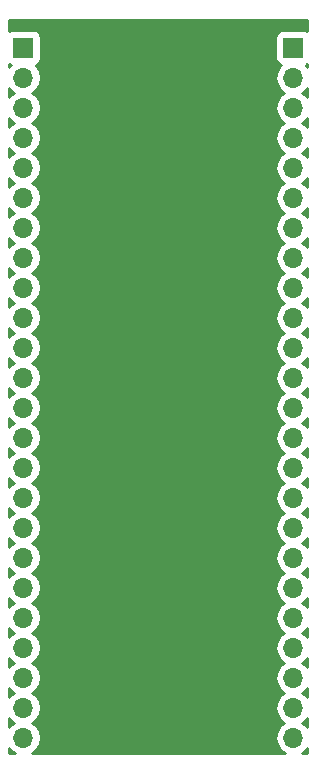
<source format=gbr>
G04 #@! TF.GenerationSoftware,KiCad,Pcbnew,(5.0.0-3-g5ebb6b6)*
G04 #@! TF.CreationDate,2018-07-29T14:18:39+10:00*
G04 #@! TF.ProjectId,ETE006-CM119B-Breatout,4554453030362D434D313139422D4272,1*
G04 #@! TF.SameCoordinates,Original*
G04 #@! TF.FileFunction,Copper,L2,Bot,Signal*
G04 #@! TF.FilePolarity,Positive*
%FSLAX46Y46*%
G04 Gerber Fmt 4.6, Leading zero omitted, Abs format (unit mm)*
G04 Created by KiCad (PCBNEW (5.0.0-3-g5ebb6b6)) date Sunday, 29 July 2018 at 02:18:39 PM*
%MOMM*%
%LPD*%
G01*
G04 APERTURE LIST*
G04 #@! TA.AperFunction,ComponentPad*
%ADD10R,1.700000X1.700000*%
G04 #@! TD*
G04 #@! TA.AperFunction,ComponentPad*
%ADD11O,1.700000X1.700000*%
G04 #@! TD*
G04 #@! TA.AperFunction,NonConductor*
%ADD12C,0.254000*%
G04 #@! TD*
G04 APERTURE END LIST*
D10*
G04 #@! TO.P,J1,1*
G04 #@! TO.N,SPDIFO*
X117933224Y-82578949D03*
D11*
G04 #@! TO.P,J1,2*
G04 #@! TO.N,D_IN*
X117933224Y-85118949D03*
G04 #@! TO.P,J1,3*
G04 #@! TO.N,D_OUT*
X117933224Y-87658949D03*
G04 #@! TO.P,J1,4*
G04 #@! TO.N,SK*
X117933224Y-90198949D03*
G04 #@! TO.P,J1,5*
G04 #@! TO.N,~CS*
X117933224Y-92738949D03*
G04 #@! TO.P,J1,6*
G04 #@! TO.N,MUTE_REC*
X117933224Y-95278949D03*
G04 #@! TO.P,J1,7*
G04 #@! TO.N,PWRSEL*
X117933224Y-97818949D03*
G04 #@! TO.P,J1,8*
G04 #@! TO.N,DREG18*
X117933224Y-100358949D03*
G04 #@! TO.P,J1,9*
G04 #@! TO.N,DREG33*
X117933224Y-102898949D03*
G04 #@! TO.P,J1,10*
G04 #@! TO.N,MODE*
X117933224Y-105438949D03*
G04 #@! TO.P,J1,11*
G04 #@! TO.N,GPIO2*
X117933224Y-107978949D03*
G04 #@! TO.P,J1,12*
G04 #@! TO.N,LED_O*
X117933224Y-110518949D03*
G04 #@! TO.P,J1,13*
G04 #@! TO.N,GPIO3*
X117933224Y-113058949D03*
G04 #@! TO.P,J1,14*
G04 #@! TO.N,DVSS_1*
X117933224Y-115598949D03*
G04 #@! TO.P,J1,15*
G04 #@! TO.N,GPIO4*
X117933224Y-118138949D03*
G04 #@! TO.P,J1,16*
G04 #@! TO.N,GPIO5*
X117933224Y-120678949D03*
G04 #@! TO.P,J1,17*
G04 #@! TO.N,GPIO6*
X117933224Y-123218949D03*
G04 #@! TO.P,J1,18*
G04 #@! TO.N,MUTE_PLAY*
X117933224Y-125758949D03*
G04 #@! TO.P,J1,19*
G04 #@! TO.N,BUZZ*
X117933224Y-128298949D03*
G04 #@! TO.P,J1,20*
G04 #@! TO.N,GPIO7*
X117933224Y-130838949D03*
G04 #@! TO.P,J1,21*
G04 #@! TO.N,LED_R*
X117933224Y-133378949D03*
G04 #@! TO.P,J1,22*
G04 #@! TO.N,GPIO8*
X117933224Y-135918949D03*
G04 #@! TO.P,J1,23*
G04 #@! TO.N,TEST*
X117933224Y-138458949D03*
G04 #@! TO.P,J1,24*
G04 #@! TO.N,AVSS_1*
X117933224Y-140998949D03*
G04 #@! TD*
G04 #@! TO.P,J2,24*
G04 #@! TO.N,VBIAS*
X140793224Y-140998949D03*
G04 #@! TO.P,J2,23*
G04 #@! TO.N,VREF*
X140793224Y-138458949D03*
G04 #@! TO.P,J2,22*
G04 #@! TO.N,MIC_IN*
X140793224Y-135918949D03*
G04 #@! TO.P,J2,21*
G04 #@! TO.N,Net-(J2-Pad21)*
X140793224Y-133378949D03*
G04 #@! TO.P,J2,20*
G04 #@! TO.N,AVDD_2*
X140793224Y-130838949D03*
G04 #@! TO.P,J2,19*
G04 #@! TO.N,LO_LEFT*
X140793224Y-128298949D03*
G04 #@! TO.P,J2,18*
G04 #@! TO.N,LO_BIAS*
X140793224Y-125758949D03*
G04 #@! TO.P,J2,17*
G04 #@! TO.N,LO_RIGHT*
X140793224Y-123218949D03*
G04 #@! TO.P,J2,16*
G04 #@! TO.N,AVSS_2*
X140793224Y-120678949D03*
G04 #@! TO.P,J2,15*
G04 #@! TO.N,AVDD_1*
X140793224Y-118138949D03*
G04 #@! TO.P,J2,14*
G04 #@! TO.N,DVDD*
X140793224Y-115598949D03*
G04 #@! TO.P,J2,13*
G04 #@! TO.N,DVSS_2*
X140793224Y-113058949D03*
G04 #@! TO.P,J2,12*
G04 #@! TO.N,AREG36*
X140793224Y-110518949D03*
G04 #@! TO.P,J2,11*
G04 #@! TO.N,MSEL*
X140793224Y-107978949D03*
G04 #@! TO.P,J2,10*
G04 #@! TO.N,VOL_UP*
X140793224Y-105438949D03*
G04 #@! TO.P,J2,9*
G04 #@! TO.N,PDSW*
X140793224Y-102898949D03*
G04 #@! TO.P,J2,8*
G04 #@! TO.N,USB_D+*
X140793224Y-100358949D03*
G04 #@! TO.P,J2,7*
G04 #@! TO.N,USB_D-*
X140793224Y-97818949D03*
G04 #@! TO.P,J2,6*
G04 #@! TO.N,GPIO1*
X140793224Y-95278949D03*
G04 #@! TO.P,J2,5*
G04 #@! TO.N,SCLK*
X140793224Y-92738949D03*
G04 #@! TO.P,J2,4*
G04 #@! TO.N,MINT*
X140793224Y-90198949D03*
G04 #@! TO.P,J2,3*
G04 #@! TO.N,SDAT*
X140793224Y-87658949D03*
G04 #@! TO.P,J2,2*
G04 #@! TO.N,MCLK*
X140793224Y-85118949D03*
D10*
G04 #@! TO.P,J2,1*
G04 #@! TO.N,VOL_DN*
X140793224Y-82578949D03*
G04 #@! TD*
D12*
G36*
X116862599Y-142069574D02*
X117222422Y-142310000D01*
X116740000Y-142310000D01*
X116740000Y-141886092D01*
X116862599Y-142069574D01*
X116862599Y-142069574D01*
G37*
X116862599Y-142069574D02*
X117222422Y-142310000D01*
X116740000Y-142310000D01*
X116740000Y-141886092D01*
X116862599Y-142069574D01*
G36*
X141990000Y-81196950D02*
X141890989Y-81130792D01*
X141643224Y-81081509D01*
X139943224Y-81081509D01*
X139695459Y-81130792D01*
X139485415Y-81271140D01*
X139345067Y-81481184D01*
X139295784Y-81728949D01*
X139295784Y-83428949D01*
X139345067Y-83676714D01*
X139485415Y-83886758D01*
X139695459Y-84027106D01*
X139740843Y-84036133D01*
X139722599Y-84048324D01*
X139394385Y-84539531D01*
X139279132Y-85118949D01*
X139394385Y-85698367D01*
X139722599Y-86189574D01*
X140020985Y-86388949D01*
X139722599Y-86588324D01*
X139394385Y-87079531D01*
X139279132Y-87658949D01*
X139394385Y-88238367D01*
X139722599Y-88729574D01*
X140020985Y-88928949D01*
X139722599Y-89128324D01*
X139394385Y-89619531D01*
X139279132Y-90198949D01*
X139394385Y-90778367D01*
X139722599Y-91269574D01*
X140020985Y-91468949D01*
X139722599Y-91668324D01*
X139394385Y-92159531D01*
X139279132Y-92738949D01*
X139394385Y-93318367D01*
X139722599Y-93809574D01*
X140020985Y-94008949D01*
X139722599Y-94208324D01*
X139394385Y-94699531D01*
X139279132Y-95278949D01*
X139394385Y-95858367D01*
X139722599Y-96349574D01*
X140020985Y-96548949D01*
X139722599Y-96748324D01*
X139394385Y-97239531D01*
X139279132Y-97818949D01*
X139394385Y-98398367D01*
X139722599Y-98889574D01*
X140020985Y-99088949D01*
X139722599Y-99288324D01*
X139394385Y-99779531D01*
X139279132Y-100358949D01*
X139394385Y-100938367D01*
X139722599Y-101429574D01*
X140020985Y-101628949D01*
X139722599Y-101828324D01*
X139394385Y-102319531D01*
X139279132Y-102898949D01*
X139394385Y-103478367D01*
X139722599Y-103969574D01*
X140020985Y-104168949D01*
X139722599Y-104368324D01*
X139394385Y-104859531D01*
X139279132Y-105438949D01*
X139394385Y-106018367D01*
X139722599Y-106509574D01*
X140020985Y-106708949D01*
X139722599Y-106908324D01*
X139394385Y-107399531D01*
X139279132Y-107978949D01*
X139394385Y-108558367D01*
X139722599Y-109049574D01*
X140020985Y-109248949D01*
X139722599Y-109448324D01*
X139394385Y-109939531D01*
X139279132Y-110518949D01*
X139394385Y-111098367D01*
X139722599Y-111589574D01*
X140020985Y-111788949D01*
X139722599Y-111988324D01*
X139394385Y-112479531D01*
X139279132Y-113058949D01*
X139394385Y-113638367D01*
X139722599Y-114129574D01*
X140020985Y-114328949D01*
X139722599Y-114528324D01*
X139394385Y-115019531D01*
X139279132Y-115598949D01*
X139394385Y-116178367D01*
X139722599Y-116669574D01*
X140020985Y-116868949D01*
X139722599Y-117068324D01*
X139394385Y-117559531D01*
X139279132Y-118138949D01*
X139394385Y-118718367D01*
X139722599Y-119209574D01*
X140020985Y-119408949D01*
X139722599Y-119608324D01*
X139394385Y-120099531D01*
X139279132Y-120678949D01*
X139394385Y-121258367D01*
X139722599Y-121749574D01*
X140020985Y-121948949D01*
X139722599Y-122148324D01*
X139394385Y-122639531D01*
X139279132Y-123218949D01*
X139394385Y-123798367D01*
X139722599Y-124289574D01*
X140020985Y-124488949D01*
X139722599Y-124688324D01*
X139394385Y-125179531D01*
X139279132Y-125758949D01*
X139394385Y-126338367D01*
X139722599Y-126829574D01*
X140020985Y-127028949D01*
X139722599Y-127228324D01*
X139394385Y-127719531D01*
X139279132Y-128298949D01*
X139394385Y-128878367D01*
X139722599Y-129369574D01*
X140020985Y-129568949D01*
X139722599Y-129768324D01*
X139394385Y-130259531D01*
X139279132Y-130838949D01*
X139394385Y-131418367D01*
X139722599Y-131909574D01*
X140020985Y-132108949D01*
X139722599Y-132308324D01*
X139394385Y-132799531D01*
X139279132Y-133378949D01*
X139394385Y-133958367D01*
X139722599Y-134449574D01*
X140020985Y-134648949D01*
X139722599Y-134848324D01*
X139394385Y-135339531D01*
X139279132Y-135918949D01*
X139394385Y-136498367D01*
X139722599Y-136989574D01*
X140020985Y-137188949D01*
X139722599Y-137388324D01*
X139394385Y-137879531D01*
X139279132Y-138458949D01*
X139394385Y-139038367D01*
X139722599Y-139529574D01*
X140020985Y-139728949D01*
X139722599Y-139928324D01*
X139394385Y-140419531D01*
X139279132Y-140998949D01*
X139394385Y-141578367D01*
X139722599Y-142069574D01*
X140082422Y-142310000D01*
X118644026Y-142310000D01*
X119003849Y-142069574D01*
X119332063Y-141578367D01*
X119447316Y-140998949D01*
X119332063Y-140419531D01*
X119003849Y-139928324D01*
X118705463Y-139728949D01*
X119003849Y-139529574D01*
X119332063Y-139038367D01*
X119447316Y-138458949D01*
X119332063Y-137879531D01*
X119003849Y-137388324D01*
X118705463Y-137188949D01*
X119003849Y-136989574D01*
X119332063Y-136498367D01*
X119447316Y-135918949D01*
X119332063Y-135339531D01*
X119003849Y-134848324D01*
X118705463Y-134648949D01*
X119003849Y-134449574D01*
X119332063Y-133958367D01*
X119447316Y-133378949D01*
X119332063Y-132799531D01*
X119003849Y-132308324D01*
X118705463Y-132108949D01*
X119003849Y-131909574D01*
X119332063Y-131418367D01*
X119447316Y-130838949D01*
X119332063Y-130259531D01*
X119003849Y-129768324D01*
X118705463Y-129568949D01*
X119003849Y-129369574D01*
X119332063Y-128878367D01*
X119447316Y-128298949D01*
X119332063Y-127719531D01*
X119003849Y-127228324D01*
X118705463Y-127028949D01*
X119003849Y-126829574D01*
X119332063Y-126338367D01*
X119447316Y-125758949D01*
X119332063Y-125179531D01*
X119003849Y-124688324D01*
X118705463Y-124488949D01*
X119003849Y-124289574D01*
X119332063Y-123798367D01*
X119447316Y-123218949D01*
X119332063Y-122639531D01*
X119003849Y-122148324D01*
X118705463Y-121948949D01*
X119003849Y-121749574D01*
X119332063Y-121258367D01*
X119447316Y-120678949D01*
X119332063Y-120099531D01*
X119003849Y-119608324D01*
X118705463Y-119408949D01*
X119003849Y-119209574D01*
X119332063Y-118718367D01*
X119447316Y-118138949D01*
X119332063Y-117559531D01*
X119003849Y-117068324D01*
X118705463Y-116868949D01*
X119003849Y-116669574D01*
X119332063Y-116178367D01*
X119447316Y-115598949D01*
X119332063Y-115019531D01*
X119003849Y-114528324D01*
X118705463Y-114328949D01*
X119003849Y-114129574D01*
X119332063Y-113638367D01*
X119447316Y-113058949D01*
X119332063Y-112479531D01*
X119003849Y-111988324D01*
X118705463Y-111788949D01*
X119003849Y-111589574D01*
X119332063Y-111098367D01*
X119447316Y-110518949D01*
X119332063Y-109939531D01*
X119003849Y-109448324D01*
X118705463Y-109248949D01*
X119003849Y-109049574D01*
X119332063Y-108558367D01*
X119447316Y-107978949D01*
X119332063Y-107399531D01*
X119003849Y-106908324D01*
X118705463Y-106708949D01*
X119003849Y-106509574D01*
X119332063Y-106018367D01*
X119447316Y-105438949D01*
X119332063Y-104859531D01*
X119003849Y-104368324D01*
X118705463Y-104168949D01*
X119003849Y-103969574D01*
X119332063Y-103478367D01*
X119447316Y-102898949D01*
X119332063Y-102319531D01*
X119003849Y-101828324D01*
X118705463Y-101628949D01*
X119003849Y-101429574D01*
X119332063Y-100938367D01*
X119447316Y-100358949D01*
X119332063Y-99779531D01*
X119003849Y-99288324D01*
X118705463Y-99088949D01*
X119003849Y-98889574D01*
X119332063Y-98398367D01*
X119447316Y-97818949D01*
X119332063Y-97239531D01*
X119003849Y-96748324D01*
X118705463Y-96548949D01*
X119003849Y-96349574D01*
X119332063Y-95858367D01*
X119447316Y-95278949D01*
X119332063Y-94699531D01*
X119003849Y-94208324D01*
X118705463Y-94008949D01*
X119003849Y-93809574D01*
X119332063Y-93318367D01*
X119447316Y-92738949D01*
X119332063Y-92159531D01*
X119003849Y-91668324D01*
X118705463Y-91468949D01*
X119003849Y-91269574D01*
X119332063Y-90778367D01*
X119447316Y-90198949D01*
X119332063Y-89619531D01*
X119003849Y-89128324D01*
X118705463Y-88928949D01*
X119003849Y-88729574D01*
X119332063Y-88238367D01*
X119447316Y-87658949D01*
X119332063Y-87079531D01*
X119003849Y-86588324D01*
X118705463Y-86388949D01*
X119003849Y-86189574D01*
X119332063Y-85698367D01*
X119447316Y-85118949D01*
X119332063Y-84539531D01*
X119003849Y-84048324D01*
X118985605Y-84036133D01*
X119030989Y-84027106D01*
X119241033Y-83886758D01*
X119381381Y-83676714D01*
X119430664Y-83428949D01*
X119430664Y-81728949D01*
X119381381Y-81481184D01*
X119241033Y-81271140D01*
X119030989Y-81130792D01*
X118783224Y-81081509D01*
X117083224Y-81081509D01*
X116835459Y-81130792D01*
X116740000Y-81194576D01*
X116740000Y-80230000D01*
X141990000Y-80230000D01*
X141990000Y-81196950D01*
X141990000Y-81196950D01*
G37*
X141990000Y-81196950D02*
X141890989Y-81130792D01*
X141643224Y-81081509D01*
X139943224Y-81081509D01*
X139695459Y-81130792D01*
X139485415Y-81271140D01*
X139345067Y-81481184D01*
X139295784Y-81728949D01*
X139295784Y-83428949D01*
X139345067Y-83676714D01*
X139485415Y-83886758D01*
X139695459Y-84027106D01*
X139740843Y-84036133D01*
X139722599Y-84048324D01*
X139394385Y-84539531D01*
X139279132Y-85118949D01*
X139394385Y-85698367D01*
X139722599Y-86189574D01*
X140020985Y-86388949D01*
X139722599Y-86588324D01*
X139394385Y-87079531D01*
X139279132Y-87658949D01*
X139394385Y-88238367D01*
X139722599Y-88729574D01*
X140020985Y-88928949D01*
X139722599Y-89128324D01*
X139394385Y-89619531D01*
X139279132Y-90198949D01*
X139394385Y-90778367D01*
X139722599Y-91269574D01*
X140020985Y-91468949D01*
X139722599Y-91668324D01*
X139394385Y-92159531D01*
X139279132Y-92738949D01*
X139394385Y-93318367D01*
X139722599Y-93809574D01*
X140020985Y-94008949D01*
X139722599Y-94208324D01*
X139394385Y-94699531D01*
X139279132Y-95278949D01*
X139394385Y-95858367D01*
X139722599Y-96349574D01*
X140020985Y-96548949D01*
X139722599Y-96748324D01*
X139394385Y-97239531D01*
X139279132Y-97818949D01*
X139394385Y-98398367D01*
X139722599Y-98889574D01*
X140020985Y-99088949D01*
X139722599Y-99288324D01*
X139394385Y-99779531D01*
X139279132Y-100358949D01*
X139394385Y-100938367D01*
X139722599Y-101429574D01*
X140020985Y-101628949D01*
X139722599Y-101828324D01*
X139394385Y-102319531D01*
X139279132Y-102898949D01*
X139394385Y-103478367D01*
X139722599Y-103969574D01*
X140020985Y-104168949D01*
X139722599Y-104368324D01*
X139394385Y-104859531D01*
X139279132Y-105438949D01*
X139394385Y-106018367D01*
X139722599Y-106509574D01*
X140020985Y-106708949D01*
X139722599Y-106908324D01*
X139394385Y-107399531D01*
X139279132Y-107978949D01*
X139394385Y-108558367D01*
X139722599Y-109049574D01*
X140020985Y-109248949D01*
X139722599Y-109448324D01*
X139394385Y-109939531D01*
X139279132Y-110518949D01*
X139394385Y-111098367D01*
X139722599Y-111589574D01*
X140020985Y-111788949D01*
X139722599Y-111988324D01*
X139394385Y-112479531D01*
X139279132Y-113058949D01*
X139394385Y-113638367D01*
X139722599Y-114129574D01*
X140020985Y-114328949D01*
X139722599Y-114528324D01*
X139394385Y-115019531D01*
X139279132Y-115598949D01*
X139394385Y-116178367D01*
X139722599Y-116669574D01*
X140020985Y-116868949D01*
X139722599Y-117068324D01*
X139394385Y-117559531D01*
X139279132Y-118138949D01*
X139394385Y-118718367D01*
X139722599Y-119209574D01*
X140020985Y-119408949D01*
X139722599Y-119608324D01*
X139394385Y-120099531D01*
X139279132Y-120678949D01*
X139394385Y-121258367D01*
X139722599Y-121749574D01*
X140020985Y-121948949D01*
X139722599Y-122148324D01*
X139394385Y-122639531D01*
X139279132Y-123218949D01*
X139394385Y-123798367D01*
X139722599Y-124289574D01*
X140020985Y-124488949D01*
X139722599Y-124688324D01*
X139394385Y-125179531D01*
X139279132Y-125758949D01*
X139394385Y-126338367D01*
X139722599Y-126829574D01*
X140020985Y-127028949D01*
X139722599Y-127228324D01*
X139394385Y-127719531D01*
X139279132Y-128298949D01*
X139394385Y-128878367D01*
X139722599Y-129369574D01*
X140020985Y-129568949D01*
X139722599Y-129768324D01*
X139394385Y-130259531D01*
X139279132Y-130838949D01*
X139394385Y-131418367D01*
X139722599Y-131909574D01*
X140020985Y-132108949D01*
X139722599Y-132308324D01*
X139394385Y-132799531D01*
X139279132Y-133378949D01*
X139394385Y-133958367D01*
X139722599Y-134449574D01*
X140020985Y-134648949D01*
X139722599Y-134848324D01*
X139394385Y-135339531D01*
X139279132Y-135918949D01*
X139394385Y-136498367D01*
X139722599Y-136989574D01*
X140020985Y-137188949D01*
X139722599Y-137388324D01*
X139394385Y-137879531D01*
X139279132Y-138458949D01*
X139394385Y-139038367D01*
X139722599Y-139529574D01*
X140020985Y-139728949D01*
X139722599Y-139928324D01*
X139394385Y-140419531D01*
X139279132Y-140998949D01*
X139394385Y-141578367D01*
X139722599Y-142069574D01*
X140082422Y-142310000D01*
X118644026Y-142310000D01*
X119003849Y-142069574D01*
X119332063Y-141578367D01*
X119447316Y-140998949D01*
X119332063Y-140419531D01*
X119003849Y-139928324D01*
X118705463Y-139728949D01*
X119003849Y-139529574D01*
X119332063Y-139038367D01*
X119447316Y-138458949D01*
X119332063Y-137879531D01*
X119003849Y-137388324D01*
X118705463Y-137188949D01*
X119003849Y-136989574D01*
X119332063Y-136498367D01*
X119447316Y-135918949D01*
X119332063Y-135339531D01*
X119003849Y-134848324D01*
X118705463Y-134648949D01*
X119003849Y-134449574D01*
X119332063Y-133958367D01*
X119447316Y-133378949D01*
X119332063Y-132799531D01*
X119003849Y-132308324D01*
X118705463Y-132108949D01*
X119003849Y-131909574D01*
X119332063Y-131418367D01*
X119447316Y-130838949D01*
X119332063Y-130259531D01*
X119003849Y-129768324D01*
X118705463Y-129568949D01*
X119003849Y-129369574D01*
X119332063Y-128878367D01*
X119447316Y-128298949D01*
X119332063Y-127719531D01*
X119003849Y-127228324D01*
X118705463Y-127028949D01*
X119003849Y-126829574D01*
X119332063Y-126338367D01*
X119447316Y-125758949D01*
X119332063Y-125179531D01*
X119003849Y-124688324D01*
X118705463Y-124488949D01*
X119003849Y-124289574D01*
X119332063Y-123798367D01*
X119447316Y-123218949D01*
X119332063Y-122639531D01*
X119003849Y-122148324D01*
X118705463Y-121948949D01*
X119003849Y-121749574D01*
X119332063Y-121258367D01*
X119447316Y-120678949D01*
X119332063Y-120099531D01*
X119003849Y-119608324D01*
X118705463Y-119408949D01*
X119003849Y-119209574D01*
X119332063Y-118718367D01*
X119447316Y-118138949D01*
X119332063Y-117559531D01*
X119003849Y-117068324D01*
X118705463Y-116868949D01*
X119003849Y-116669574D01*
X119332063Y-116178367D01*
X119447316Y-115598949D01*
X119332063Y-115019531D01*
X119003849Y-114528324D01*
X118705463Y-114328949D01*
X119003849Y-114129574D01*
X119332063Y-113638367D01*
X119447316Y-113058949D01*
X119332063Y-112479531D01*
X119003849Y-111988324D01*
X118705463Y-111788949D01*
X119003849Y-111589574D01*
X119332063Y-111098367D01*
X119447316Y-110518949D01*
X119332063Y-109939531D01*
X119003849Y-109448324D01*
X118705463Y-109248949D01*
X119003849Y-109049574D01*
X119332063Y-108558367D01*
X119447316Y-107978949D01*
X119332063Y-107399531D01*
X119003849Y-106908324D01*
X118705463Y-106708949D01*
X119003849Y-106509574D01*
X119332063Y-106018367D01*
X119447316Y-105438949D01*
X119332063Y-104859531D01*
X119003849Y-104368324D01*
X118705463Y-104168949D01*
X119003849Y-103969574D01*
X119332063Y-103478367D01*
X119447316Y-102898949D01*
X119332063Y-102319531D01*
X119003849Y-101828324D01*
X118705463Y-101628949D01*
X119003849Y-101429574D01*
X119332063Y-100938367D01*
X119447316Y-100358949D01*
X119332063Y-99779531D01*
X119003849Y-99288324D01*
X118705463Y-99088949D01*
X119003849Y-98889574D01*
X119332063Y-98398367D01*
X119447316Y-97818949D01*
X119332063Y-97239531D01*
X119003849Y-96748324D01*
X118705463Y-96548949D01*
X119003849Y-96349574D01*
X119332063Y-95858367D01*
X119447316Y-95278949D01*
X119332063Y-94699531D01*
X119003849Y-94208324D01*
X118705463Y-94008949D01*
X119003849Y-93809574D01*
X119332063Y-93318367D01*
X119447316Y-92738949D01*
X119332063Y-92159531D01*
X119003849Y-91668324D01*
X118705463Y-91468949D01*
X119003849Y-91269574D01*
X119332063Y-90778367D01*
X119447316Y-90198949D01*
X119332063Y-89619531D01*
X119003849Y-89128324D01*
X118705463Y-88928949D01*
X119003849Y-88729574D01*
X119332063Y-88238367D01*
X119447316Y-87658949D01*
X119332063Y-87079531D01*
X119003849Y-86588324D01*
X118705463Y-86388949D01*
X119003849Y-86189574D01*
X119332063Y-85698367D01*
X119447316Y-85118949D01*
X119332063Y-84539531D01*
X119003849Y-84048324D01*
X118985605Y-84036133D01*
X119030989Y-84027106D01*
X119241033Y-83886758D01*
X119381381Y-83676714D01*
X119430664Y-83428949D01*
X119430664Y-81728949D01*
X119381381Y-81481184D01*
X119241033Y-81271140D01*
X119030989Y-81130792D01*
X118783224Y-81081509D01*
X117083224Y-81081509D01*
X116835459Y-81130792D01*
X116740000Y-81194576D01*
X116740000Y-80230000D01*
X141990000Y-80230000D01*
X141990000Y-81196950D01*
G36*
X141990001Y-142310000D02*
X141504026Y-142310000D01*
X141863849Y-142069574D01*
X141990001Y-141880774D01*
X141990001Y-142310000D01*
X141990001Y-142310000D01*
G37*
X141990001Y-142310000D02*
X141504026Y-142310000D01*
X141863849Y-142069574D01*
X141990001Y-141880774D01*
X141990001Y-142310000D01*
G36*
X141990001Y-140117124D02*
X141863849Y-139928324D01*
X141565463Y-139728949D01*
X141863849Y-139529574D01*
X141990001Y-139340774D01*
X141990001Y-140117124D01*
X141990001Y-140117124D01*
G37*
X141990001Y-140117124D02*
X141863849Y-139928324D01*
X141565463Y-139728949D01*
X141863849Y-139529574D01*
X141990001Y-139340774D01*
X141990001Y-140117124D01*
G36*
X116862599Y-139529574D02*
X117160985Y-139728949D01*
X116862599Y-139928324D01*
X116740000Y-140111806D01*
X116740000Y-139346092D01*
X116862599Y-139529574D01*
X116862599Y-139529574D01*
G37*
X116862599Y-139529574D02*
X117160985Y-139728949D01*
X116862599Y-139928324D01*
X116740000Y-140111806D01*
X116740000Y-139346092D01*
X116862599Y-139529574D01*
G36*
X141990001Y-137577124D02*
X141863849Y-137388324D01*
X141565463Y-137188949D01*
X141863849Y-136989574D01*
X141990001Y-136800774D01*
X141990001Y-137577124D01*
X141990001Y-137577124D01*
G37*
X141990001Y-137577124D02*
X141863849Y-137388324D01*
X141565463Y-137188949D01*
X141863849Y-136989574D01*
X141990001Y-136800774D01*
X141990001Y-137577124D01*
G36*
X116862599Y-136989574D02*
X117160985Y-137188949D01*
X116862599Y-137388324D01*
X116740000Y-137571806D01*
X116740000Y-136806092D01*
X116862599Y-136989574D01*
X116862599Y-136989574D01*
G37*
X116862599Y-136989574D02*
X117160985Y-137188949D01*
X116862599Y-137388324D01*
X116740000Y-137571806D01*
X116740000Y-136806092D01*
X116862599Y-136989574D01*
G36*
X141990001Y-135037124D02*
X141863849Y-134848324D01*
X141565463Y-134648949D01*
X141863849Y-134449574D01*
X141990001Y-134260774D01*
X141990001Y-135037124D01*
X141990001Y-135037124D01*
G37*
X141990001Y-135037124D02*
X141863849Y-134848324D01*
X141565463Y-134648949D01*
X141863849Y-134449574D01*
X141990001Y-134260774D01*
X141990001Y-135037124D01*
G36*
X116862599Y-134449574D02*
X117160985Y-134648949D01*
X116862599Y-134848324D01*
X116740000Y-135031806D01*
X116740000Y-134266092D01*
X116862599Y-134449574D01*
X116862599Y-134449574D01*
G37*
X116862599Y-134449574D02*
X117160985Y-134648949D01*
X116862599Y-134848324D01*
X116740000Y-135031806D01*
X116740000Y-134266092D01*
X116862599Y-134449574D01*
G36*
X141990001Y-132497124D02*
X141863849Y-132308324D01*
X141565463Y-132108949D01*
X141863849Y-131909574D01*
X141990001Y-131720774D01*
X141990001Y-132497124D01*
X141990001Y-132497124D01*
G37*
X141990001Y-132497124D02*
X141863849Y-132308324D01*
X141565463Y-132108949D01*
X141863849Y-131909574D01*
X141990001Y-131720774D01*
X141990001Y-132497124D01*
G36*
X116862599Y-131909574D02*
X117160985Y-132108949D01*
X116862599Y-132308324D01*
X116740000Y-132491806D01*
X116740000Y-131726092D01*
X116862599Y-131909574D01*
X116862599Y-131909574D01*
G37*
X116862599Y-131909574D02*
X117160985Y-132108949D01*
X116862599Y-132308324D01*
X116740000Y-132491806D01*
X116740000Y-131726092D01*
X116862599Y-131909574D01*
G36*
X141990001Y-129957124D02*
X141863849Y-129768324D01*
X141565463Y-129568949D01*
X141863849Y-129369574D01*
X141990001Y-129180775D01*
X141990001Y-129957124D01*
X141990001Y-129957124D01*
G37*
X141990001Y-129957124D02*
X141863849Y-129768324D01*
X141565463Y-129568949D01*
X141863849Y-129369574D01*
X141990001Y-129180775D01*
X141990001Y-129957124D01*
G36*
X116862599Y-129369574D02*
X117160985Y-129568949D01*
X116862599Y-129768324D01*
X116740000Y-129951806D01*
X116740000Y-129186092D01*
X116862599Y-129369574D01*
X116862599Y-129369574D01*
G37*
X116862599Y-129369574D02*
X117160985Y-129568949D01*
X116862599Y-129768324D01*
X116740000Y-129951806D01*
X116740000Y-129186092D01*
X116862599Y-129369574D01*
G36*
X141990001Y-127417123D02*
X141863849Y-127228324D01*
X141565463Y-127028949D01*
X141863849Y-126829574D01*
X141990001Y-126640775D01*
X141990001Y-127417123D01*
X141990001Y-127417123D01*
G37*
X141990001Y-127417123D02*
X141863849Y-127228324D01*
X141565463Y-127028949D01*
X141863849Y-126829574D01*
X141990001Y-126640775D01*
X141990001Y-127417123D01*
G36*
X116862599Y-126829574D02*
X117160985Y-127028949D01*
X116862599Y-127228324D01*
X116740000Y-127411806D01*
X116740000Y-126646092D01*
X116862599Y-126829574D01*
X116862599Y-126829574D01*
G37*
X116862599Y-126829574D02*
X117160985Y-127028949D01*
X116862599Y-127228324D01*
X116740000Y-127411806D01*
X116740000Y-126646092D01*
X116862599Y-126829574D01*
G36*
X141990001Y-124877123D02*
X141863849Y-124688324D01*
X141565463Y-124488949D01*
X141863849Y-124289574D01*
X141990001Y-124100775D01*
X141990001Y-124877123D01*
X141990001Y-124877123D01*
G37*
X141990001Y-124877123D02*
X141863849Y-124688324D01*
X141565463Y-124488949D01*
X141863849Y-124289574D01*
X141990001Y-124100775D01*
X141990001Y-124877123D01*
G36*
X116862599Y-124289574D02*
X117160985Y-124488949D01*
X116862599Y-124688324D01*
X116740000Y-124871806D01*
X116740000Y-124106092D01*
X116862599Y-124289574D01*
X116862599Y-124289574D01*
G37*
X116862599Y-124289574D02*
X117160985Y-124488949D01*
X116862599Y-124688324D01*
X116740000Y-124871806D01*
X116740000Y-124106092D01*
X116862599Y-124289574D01*
G36*
X141990001Y-122337123D02*
X141863849Y-122148324D01*
X141565463Y-121948949D01*
X141863849Y-121749574D01*
X141990001Y-121560775D01*
X141990001Y-122337123D01*
X141990001Y-122337123D01*
G37*
X141990001Y-122337123D02*
X141863849Y-122148324D01*
X141565463Y-121948949D01*
X141863849Y-121749574D01*
X141990001Y-121560775D01*
X141990001Y-122337123D01*
G36*
X116862599Y-121749574D02*
X117160985Y-121948949D01*
X116862599Y-122148324D01*
X116740000Y-122331806D01*
X116740000Y-121566092D01*
X116862599Y-121749574D01*
X116862599Y-121749574D01*
G37*
X116862599Y-121749574D02*
X117160985Y-121948949D01*
X116862599Y-122148324D01*
X116740000Y-122331806D01*
X116740000Y-121566092D01*
X116862599Y-121749574D01*
G36*
X141990001Y-119797123D02*
X141863849Y-119608324D01*
X141565463Y-119408949D01*
X141863849Y-119209574D01*
X141990001Y-119020775D01*
X141990001Y-119797123D01*
X141990001Y-119797123D01*
G37*
X141990001Y-119797123D02*
X141863849Y-119608324D01*
X141565463Y-119408949D01*
X141863849Y-119209574D01*
X141990001Y-119020775D01*
X141990001Y-119797123D01*
G36*
X116862599Y-119209574D02*
X117160985Y-119408949D01*
X116862599Y-119608324D01*
X116740000Y-119791806D01*
X116740000Y-119026092D01*
X116862599Y-119209574D01*
X116862599Y-119209574D01*
G37*
X116862599Y-119209574D02*
X117160985Y-119408949D01*
X116862599Y-119608324D01*
X116740000Y-119791806D01*
X116740000Y-119026092D01*
X116862599Y-119209574D01*
G36*
X141990001Y-117257123D02*
X141863849Y-117068324D01*
X141565463Y-116868949D01*
X141863849Y-116669574D01*
X141990001Y-116480775D01*
X141990001Y-117257123D01*
X141990001Y-117257123D01*
G37*
X141990001Y-117257123D02*
X141863849Y-117068324D01*
X141565463Y-116868949D01*
X141863849Y-116669574D01*
X141990001Y-116480775D01*
X141990001Y-117257123D01*
G36*
X116862599Y-116669574D02*
X117160985Y-116868949D01*
X116862599Y-117068324D01*
X116740000Y-117251806D01*
X116740000Y-116486092D01*
X116862599Y-116669574D01*
X116862599Y-116669574D01*
G37*
X116862599Y-116669574D02*
X117160985Y-116868949D01*
X116862599Y-117068324D01*
X116740000Y-117251806D01*
X116740000Y-116486092D01*
X116862599Y-116669574D01*
G36*
X141990001Y-114717123D02*
X141863849Y-114528324D01*
X141565463Y-114328949D01*
X141863849Y-114129574D01*
X141990001Y-113940775D01*
X141990001Y-114717123D01*
X141990001Y-114717123D01*
G37*
X141990001Y-114717123D02*
X141863849Y-114528324D01*
X141565463Y-114328949D01*
X141863849Y-114129574D01*
X141990001Y-113940775D01*
X141990001Y-114717123D01*
G36*
X116862599Y-114129574D02*
X117160985Y-114328949D01*
X116862599Y-114528324D01*
X116740000Y-114711806D01*
X116740000Y-113946092D01*
X116862599Y-114129574D01*
X116862599Y-114129574D01*
G37*
X116862599Y-114129574D02*
X117160985Y-114328949D01*
X116862599Y-114528324D01*
X116740000Y-114711806D01*
X116740000Y-113946092D01*
X116862599Y-114129574D01*
G36*
X141990001Y-112177123D02*
X141863849Y-111988324D01*
X141565463Y-111788949D01*
X141863849Y-111589574D01*
X141990001Y-111400775D01*
X141990001Y-112177123D01*
X141990001Y-112177123D01*
G37*
X141990001Y-112177123D02*
X141863849Y-111988324D01*
X141565463Y-111788949D01*
X141863849Y-111589574D01*
X141990001Y-111400775D01*
X141990001Y-112177123D01*
G36*
X116862599Y-111589574D02*
X117160985Y-111788949D01*
X116862599Y-111988324D01*
X116740000Y-112171806D01*
X116740000Y-111406092D01*
X116862599Y-111589574D01*
X116862599Y-111589574D01*
G37*
X116862599Y-111589574D02*
X117160985Y-111788949D01*
X116862599Y-111988324D01*
X116740000Y-112171806D01*
X116740000Y-111406092D01*
X116862599Y-111589574D01*
G36*
X141990000Y-109637123D02*
X141863849Y-109448324D01*
X141565463Y-109248949D01*
X141863849Y-109049574D01*
X141990000Y-108860775D01*
X141990000Y-109637123D01*
X141990000Y-109637123D01*
G37*
X141990000Y-109637123D02*
X141863849Y-109448324D01*
X141565463Y-109248949D01*
X141863849Y-109049574D01*
X141990000Y-108860775D01*
X141990000Y-109637123D01*
G36*
X116862599Y-109049574D02*
X117160985Y-109248949D01*
X116862599Y-109448324D01*
X116740000Y-109631806D01*
X116740000Y-108866092D01*
X116862599Y-109049574D01*
X116862599Y-109049574D01*
G37*
X116862599Y-109049574D02*
X117160985Y-109248949D01*
X116862599Y-109448324D01*
X116740000Y-109631806D01*
X116740000Y-108866092D01*
X116862599Y-109049574D01*
G36*
X141990000Y-107097123D02*
X141863849Y-106908324D01*
X141565463Y-106708949D01*
X141863849Y-106509574D01*
X141990000Y-106320775D01*
X141990000Y-107097123D01*
X141990000Y-107097123D01*
G37*
X141990000Y-107097123D02*
X141863849Y-106908324D01*
X141565463Y-106708949D01*
X141863849Y-106509574D01*
X141990000Y-106320775D01*
X141990000Y-107097123D01*
G36*
X116862599Y-106509574D02*
X117160985Y-106708949D01*
X116862599Y-106908324D01*
X116740000Y-107091806D01*
X116740000Y-106326092D01*
X116862599Y-106509574D01*
X116862599Y-106509574D01*
G37*
X116862599Y-106509574D02*
X117160985Y-106708949D01*
X116862599Y-106908324D01*
X116740000Y-107091806D01*
X116740000Y-106326092D01*
X116862599Y-106509574D01*
G36*
X141990000Y-104557123D02*
X141863849Y-104368324D01*
X141565463Y-104168949D01*
X141863849Y-103969574D01*
X141990000Y-103780775D01*
X141990000Y-104557123D01*
X141990000Y-104557123D01*
G37*
X141990000Y-104557123D02*
X141863849Y-104368324D01*
X141565463Y-104168949D01*
X141863849Y-103969574D01*
X141990000Y-103780775D01*
X141990000Y-104557123D01*
G36*
X116862599Y-103969574D02*
X117160985Y-104168949D01*
X116862599Y-104368324D01*
X116740000Y-104551806D01*
X116740000Y-103786092D01*
X116862599Y-103969574D01*
X116862599Y-103969574D01*
G37*
X116862599Y-103969574D02*
X117160985Y-104168949D01*
X116862599Y-104368324D01*
X116740000Y-104551806D01*
X116740000Y-103786092D01*
X116862599Y-103969574D01*
G36*
X141990000Y-102017123D02*
X141863849Y-101828324D01*
X141565463Y-101628949D01*
X141863849Y-101429574D01*
X141990000Y-101240775D01*
X141990000Y-102017123D01*
X141990000Y-102017123D01*
G37*
X141990000Y-102017123D02*
X141863849Y-101828324D01*
X141565463Y-101628949D01*
X141863849Y-101429574D01*
X141990000Y-101240775D01*
X141990000Y-102017123D01*
G36*
X116862599Y-101429574D02*
X117160985Y-101628949D01*
X116862599Y-101828324D01*
X116740000Y-102011806D01*
X116740000Y-101246092D01*
X116862599Y-101429574D01*
X116862599Y-101429574D01*
G37*
X116862599Y-101429574D02*
X117160985Y-101628949D01*
X116862599Y-101828324D01*
X116740000Y-102011806D01*
X116740000Y-101246092D01*
X116862599Y-101429574D01*
G36*
X141990000Y-99477123D02*
X141863849Y-99288324D01*
X141565463Y-99088949D01*
X141863849Y-98889574D01*
X141990000Y-98700775D01*
X141990000Y-99477123D01*
X141990000Y-99477123D01*
G37*
X141990000Y-99477123D02*
X141863849Y-99288324D01*
X141565463Y-99088949D01*
X141863849Y-98889574D01*
X141990000Y-98700775D01*
X141990000Y-99477123D01*
G36*
X116862599Y-98889574D02*
X117160985Y-99088949D01*
X116862599Y-99288324D01*
X116740000Y-99471806D01*
X116740000Y-98706092D01*
X116862599Y-98889574D01*
X116862599Y-98889574D01*
G37*
X116862599Y-98889574D02*
X117160985Y-99088949D01*
X116862599Y-99288324D01*
X116740000Y-99471806D01*
X116740000Y-98706092D01*
X116862599Y-98889574D01*
G36*
X141990000Y-96937123D02*
X141863849Y-96748324D01*
X141565463Y-96548949D01*
X141863849Y-96349574D01*
X141990000Y-96160775D01*
X141990000Y-96937123D01*
X141990000Y-96937123D01*
G37*
X141990000Y-96937123D02*
X141863849Y-96748324D01*
X141565463Y-96548949D01*
X141863849Y-96349574D01*
X141990000Y-96160775D01*
X141990000Y-96937123D01*
G36*
X116862599Y-96349574D02*
X117160985Y-96548949D01*
X116862599Y-96748324D01*
X116740000Y-96931806D01*
X116740000Y-96166092D01*
X116862599Y-96349574D01*
X116862599Y-96349574D01*
G37*
X116862599Y-96349574D02*
X117160985Y-96548949D01*
X116862599Y-96748324D01*
X116740000Y-96931806D01*
X116740000Y-96166092D01*
X116862599Y-96349574D01*
G36*
X141990000Y-94397123D02*
X141863849Y-94208324D01*
X141565463Y-94008949D01*
X141863849Y-93809574D01*
X141990000Y-93620775D01*
X141990000Y-94397123D01*
X141990000Y-94397123D01*
G37*
X141990000Y-94397123D02*
X141863849Y-94208324D01*
X141565463Y-94008949D01*
X141863849Y-93809574D01*
X141990000Y-93620775D01*
X141990000Y-94397123D01*
G36*
X116862599Y-93809574D02*
X117160985Y-94008949D01*
X116862599Y-94208324D01*
X116740000Y-94391806D01*
X116740000Y-93626092D01*
X116862599Y-93809574D01*
X116862599Y-93809574D01*
G37*
X116862599Y-93809574D02*
X117160985Y-94008949D01*
X116862599Y-94208324D01*
X116740000Y-94391806D01*
X116740000Y-93626092D01*
X116862599Y-93809574D01*
G36*
X141990000Y-91857123D02*
X141863849Y-91668324D01*
X141565463Y-91468949D01*
X141863849Y-91269574D01*
X141990000Y-91080775D01*
X141990000Y-91857123D01*
X141990000Y-91857123D01*
G37*
X141990000Y-91857123D02*
X141863849Y-91668324D01*
X141565463Y-91468949D01*
X141863849Y-91269574D01*
X141990000Y-91080775D01*
X141990000Y-91857123D01*
G36*
X116862599Y-91269574D02*
X117160985Y-91468949D01*
X116862599Y-91668324D01*
X116740000Y-91851806D01*
X116740000Y-91086092D01*
X116862599Y-91269574D01*
X116862599Y-91269574D01*
G37*
X116862599Y-91269574D02*
X117160985Y-91468949D01*
X116862599Y-91668324D01*
X116740000Y-91851806D01*
X116740000Y-91086092D01*
X116862599Y-91269574D01*
G36*
X141990000Y-89317123D02*
X141863849Y-89128324D01*
X141565463Y-88928949D01*
X141863849Y-88729574D01*
X141990000Y-88540775D01*
X141990000Y-89317123D01*
X141990000Y-89317123D01*
G37*
X141990000Y-89317123D02*
X141863849Y-89128324D01*
X141565463Y-88928949D01*
X141863849Y-88729574D01*
X141990000Y-88540775D01*
X141990000Y-89317123D01*
G36*
X116862599Y-88729574D02*
X117160985Y-88928949D01*
X116862599Y-89128324D01*
X116740000Y-89311806D01*
X116740000Y-88546092D01*
X116862599Y-88729574D01*
X116862599Y-88729574D01*
G37*
X116862599Y-88729574D02*
X117160985Y-88928949D01*
X116862599Y-89128324D01*
X116740000Y-89311806D01*
X116740000Y-88546092D01*
X116862599Y-88729574D01*
G36*
X141990000Y-86777122D02*
X141863849Y-86588324D01*
X141565463Y-86388949D01*
X141863849Y-86189574D01*
X141990000Y-86000776D01*
X141990000Y-86777122D01*
X141990000Y-86777122D01*
G37*
X141990000Y-86777122D02*
X141863849Y-86588324D01*
X141565463Y-86388949D01*
X141863849Y-86189574D01*
X141990000Y-86000776D01*
X141990000Y-86777122D01*
G36*
X116862599Y-86189574D02*
X117160985Y-86388949D01*
X116862599Y-86588324D01*
X116740000Y-86771806D01*
X116740000Y-86006092D01*
X116862599Y-86189574D01*
X116862599Y-86189574D01*
G37*
X116862599Y-86189574D02*
X117160985Y-86388949D01*
X116862599Y-86588324D01*
X116740000Y-86771806D01*
X116740000Y-86006092D01*
X116862599Y-86189574D01*
G36*
X141990000Y-84237122D02*
X141863849Y-84048324D01*
X141845605Y-84036133D01*
X141890989Y-84027106D01*
X141990000Y-83960948D01*
X141990000Y-84237122D01*
X141990000Y-84237122D01*
G37*
X141990000Y-84237122D02*
X141863849Y-84048324D01*
X141845605Y-84036133D01*
X141890989Y-84027106D01*
X141990000Y-83960948D01*
X141990000Y-84237122D01*
G36*
X116835459Y-84027106D02*
X116880843Y-84036133D01*
X116862599Y-84048324D01*
X116740000Y-84231806D01*
X116740000Y-83963322D01*
X116835459Y-84027106D01*
X116835459Y-84027106D01*
G37*
X116835459Y-84027106D02*
X116880843Y-84036133D01*
X116862599Y-84048324D01*
X116740000Y-84231806D01*
X116740000Y-83963322D01*
X116835459Y-84027106D01*
M02*

</source>
